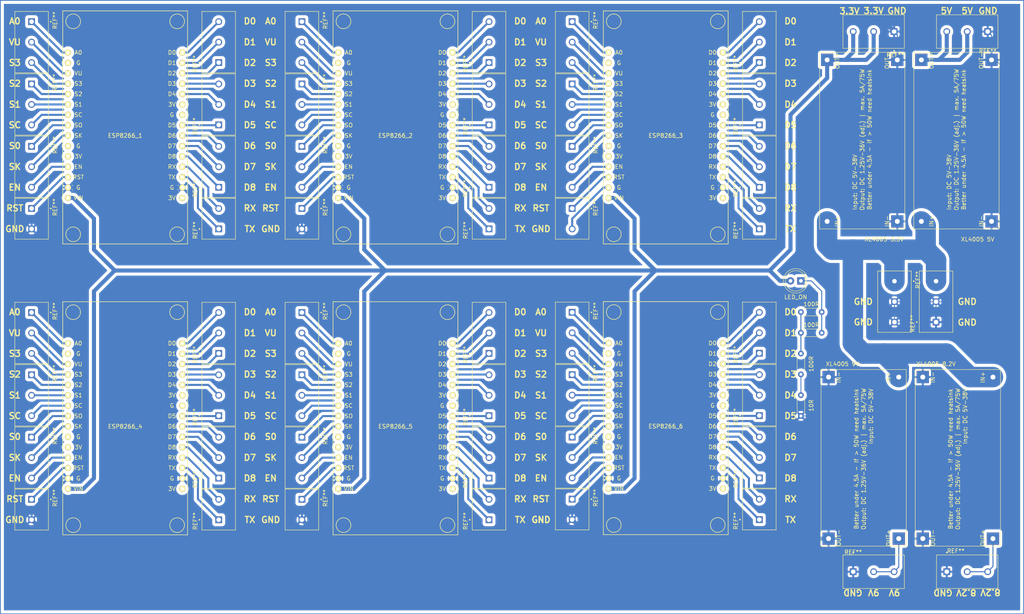
<source format=kicad_pcb>
(kicad_pcb (version 20211014) (generator pcbnew)
  (layers (0 "F.Cu" signal) (31 "B.Cu" signal) (34 "B.Paste" user) (35 "F.Paste" user) (36 "B.SilkS" user "B.Silkscreen") (37 "F.SilkS" user "F.Silkscreen") (38 "B.Mask" user) (39 "F.Mask" user) (44 "Edge.Cuts" user))
  (net 0 "")
  (net 1 "GND")
  (footprint "1546216-3:TE_1546216-3" (layer "F.Cu") (at 236.22 88.9 -90)
    (fp_text reference "REF**")
    (fp_text value "TE_1546216-3")
  )
  (footprint "1546216-3:TE_1546216-3" (layer "F.Cu") (at 25.4 40.68 -90)
    (fp_text reference "REF**")
    (fp_text value "TE_1546216-3")
  )
  (footprint "ESP8266:NodeMCU-LoLinV3" (layer "F.Cu") (at 114.3 48.3)
    (fp_text reference "ESP8266_2")
    (fp_text value "LoLin V3 NodeMCU")
  )
  (footprint "1546216-3:TE_1546216-3" (layer "F.Cu") (at 71.12 55.92 90)
    (fp_text reference "REF**")
    (fp_text value "TE_1546216-3")
  )
  (footprint "LED_THT:LED_D5.0mm" (layer "F.Cu") (at 213.36 83.82 180)
    (fp_text reference "LED_ON")
    (fp_text value "LED_D5.0mm")
  )
  (footprint "1546216-3:TE_1546216-3" (layer "F.Cu") (at 157.48 55.92 -90)
    (fp_text reference "REF**")
    (fp_text value "TE_1546216-3")
  )
  (footprint "1546216-3:TE_1546216-3" (layer "F.Cu") (at 137.16 55.92 90)
    (fp_text reference "REF**")
    (fp_text value "TE_1546216-3")
  )
  (footprint "XL4005:XL4005_DC-DC" (layer "F.Cu") (at 238.76 71.12 90)
    (fp_text reference "XL4005 3.3V")
    (fp_text value "XL4005_DC-DC")
  )
  (footprint "Resistor_THT:R_Axial_DIN0204_L3.6mm_D1.6mm_P5.08mm_Horizontal" (layer "F.Cu") (at 213.36 116.84 90)
    (fp_text reference "10R")
    (fp_text value "R_Axial_DIN0204_L3.6mm_D1.6mm_P5.08mm_Horizontal")
  )
  (footprint "1546216-3:TE_1546216-3" (layer "F.Cu") (at 157.48 40.68 -90)
    (fp_text reference "REF**")
    (fp_text value "TE_1546216-3")
  )
  (footprint "1546216-2:TE_1546216-2" (layer "F.Cu") (at 91.44 68.62 -90)
    (fp_text reference "REF**")
    (fp_text value "TE_1546216-2")
  )
  (footprint "1546216-3:TE_1546216-3" (layer "F.Cu") (at 157.48 127 -90)
    (fp_text reference "REF**")
    (fp_text value "TE_1546216-3")
  )
  (footprint "1546216-2:TE_1546216-2" (layer "F.Cu") (at 203.2 139.7 90)
    (fp_text reference "REF**")
    (fp_text value "TE_1546216-2")
  )
  (footprint "1546216-3:TE_1546216-3" (layer "F.Cu") (at 71.12 40.68 90)
    (fp_text reference "REF**")
    (fp_text value "TE_1546216-3")
  )
  (footprint "1546216-3:TE_1546216-3" (layer "F.Cu") (at 25.4 111.8 -90)
    (fp_text reference "REF**")
    (fp_text value "TE_1546216-3")
  )
  (footprint "1546216-3:TE_1546216-3" (layer "F.Cu") (at 137.16 25.44 90)
    (fp_text reference "REF**")
    (fp_text value "TE_1546216-3")
  )
  (footprint "1546216-3:TE_1546216-3" (layer "F.Cu") (at 203.2 40.68 90)
    (fp_text reference "REF**")
    (fp_text value "TE_1546216-3")
  )
  (footprint "1546216-3:TE_1546216-3" (layer "F.Cu") (at 25.4 55.92 -90)
    (fp_text reference "REF**")
    (fp_text value "TE_1546216-3")
  )
  (footprint "1546216-3:TE_1546216-3" (layer "F.Cu") (at 71.12 127.04 90)
    (fp_text reference "REF**")
    (fp_text value "TE_1546216-3")
  )
  (footprint "Resistor_THT:R_Axial_DIN0204_L3.6mm_D1.6mm_P5.08mm_Horizontal" (layer "F.Cu") (at 213.36 106.68 90)
    (fp_text reference "100R")
    (fp_text value "R_Axial_DIN0204_L3.6mm_D1.6mm_P5.08mm_Horizontal")
  )
  (footprint "ESP8266:NodeMCU-LoLinV3" (layer "F.Cu") (at 180.34 48.3)
    (fp_text reference "ESP8266_3")
    (fp_text value "LoLin V3 NodeMCU")
  )
  (footprint "1546216-3:TE_1546216-3" (layer "F.Cu") (at 91.44 40.68 -90)
    (fp_text reference "REF**")
    (fp_text value "TE_1546216-3")
  )
  (footprint "1546216-3:TE_1546216-3" (layer "F.Cu") (at 157.48 25.44 -90)
    (fp_text reference "REF**")
    (fp_text value "TE_1546216-3")
  )
  (footprint "1546216-3:TE_1546216-3" (layer "F.Cu") (at 71.12 111.8 90)
    (fp_text reference "REF**")
    (fp_text value "TE_1546216-3")
  )
  (footprint "1546216-3:TE_1546216-3" (layer "F.Cu") (at 71.12 25.44 90)
    (fp_text reference "REF**")
    (fp_text value "TE_1546216-3")
  )
  (footprint "1546216-3:TE_1546216-3" (layer "F.Cu") (at 231.14 22.86 180)
    (fp_text reference "REF**")
    (fp_text value "TE_1546216-3")
  )
  (footprint "1546216-2:TE_1546216-2" (layer "F.Cu") (at 71.12 139.74 90)
    (fp_text reference "REF**")
    (fp_text value "TE_1546216-2")
  )
  (footprint "ESP8266:NodeMCU-LoLinV3" (layer "F.Cu") (at 114.3 119.42)
    (fp_text reference "ESP8266_5")
    (fp_text value "LoLin V3 NodeMCU")
  )
  (footprint "1546216-3:TE_1546216-3" (layer "F.Cu") (at 157.48 111.76 -90)
    (fp_text reference "REF**")
    (fp_text value "TE_1546216-3")
  )
  (footprint "1546216-3:TE_1546216-3" (layer "F.Cu") (at 231.14 154.94)
    (fp_text reference "REF**")
    (fp_text value "TE_1546216-3")
  )
  (footprint "XL4005:XL4005_DC-DC" (layer "F.Cu") (at 218.281 105.505 -90)
    (fp_text reference "XL4005 9V")
    (fp_text value "XL4005_DC-DC")
  )
  (footprint "1546216-2:TE_1546216-2" (layer "F.Cu") (at 203.2 68.62 90)
    (fp_text reference "REF**")
    (fp_text value "TE_1546216-2")
  )
  (footprint "ESP8266:NodeMCU-LoLinV3" (layer "F.Cu") (at 48.26 48.3)
    (fp_text reference "ESP8266_1")
    (fp_text value "LoLin V3 NodeMCU")
  )
  (footprint "1546216-3:TE_1546216-3" (layer "F.Cu") (at 91.44 55.92 -90)
    (fp_text reference "REF**")
    (fp_text value "TE_1546216-3")
  )
  (footprint "1546216-3:TE_1546216-3" (layer "F.Cu") (at 91.44 96.56 -90)
    (fp_text reference "REF**")
    (fp_text value "TE_1546216-3")
  )
  (footprint "1546216-3:TE_1546216-3" (layer "F.Cu") (at 137.16 111.8 90)
    (fp_text reference "REF**")
    (fp_text value "TE_1546216-3")
  )
  (footprint "1546216-3:TE_1546216-3" (layer "F.Cu") (at 203.2 55.92 90)
    (fp_text reference "REF**")
    (fp_text value "TE_1546216-3")
  )
  (footprint "1546216-3:TE_1546216-3" (layer "F.Cu") (at 203.2 96.52 90)
    (fp_text reference "REF**")
    (fp_text value "TE_1546216-3")
  )
  (footprint "XL4005:XL4005_DC-DC" (layer "F.Cu") (at 261.779 71.12 90)
    (fp_text reference "XL4005 5V")
    (fp_text value "XL4005_DC-DC")
  )
  (footprint "1546216-3:TE_1546216-3" (layer "F.Cu") (at 157.48 96.52 -90)
    (fp_text reference "REF**")
    (fp_text value "TE_1546216-3")
  )
  (footprint "1546216-3:TE_1546216-3" (layer "F.Cu") (at 91.44 111.8 -90)
    (fp_text reference "REF**")
    (fp_text value "TE_1546216-3")
  )
  (footprint "ESP8266:NodeMCU-LoLinV3" (layer "F.Cu") (at 180.34 119.38)
    (fp_text reference "ESP8266_6")
    (fp_text value "LoLin V3 NodeMCU")
  )
  (footprint "XL4005:XL4005_DC-DC" (layer "F.Cu") (at 241.3 105.505 -90)
    (fp_text reference "XL4005 8.2V")
    (fp_text value "XL4005_DC-DC")
  )
  (footprint "1546216-3:TE_1546216-3" (layer "F.Cu") (at 137.16 127.04 90)
    (fp_text reference "REF**")
    (fp_text value "TE_1546216-3")
  )
  (footprint "1546216-3:TE_1546216-3" (layer "F.Cu") (at 137.16 96.56 90)
    (fp_text reference "REF**")
    (fp_text value "TE_1546216-3")
  )
  (footprint "1546216-3:TE_1546216-3" (layer "F.Cu") (at 71.12 96.56 90)
    (fp_text reference "REF**")
    (fp_text value "TE_1546216-3")
  )
  (footprint "1546216-2:TE_1546216-2" (layer "F.Cu") (at 157.48 139.7 -90)
    (fp_text reference "REF**")
    (fp_text value "TE_1546216-2")
  )
  (footprint "1546216-3:TE_1546216-3" (layer "F.Cu") (at 254 22.86 180)
    (fp_text reference "REF**")
    (fp_text value "TE_1546216-3")
  )
  (footprint "1546216-3:TE_1546216-3" (layer "F.Cu") (at 203.2 25.44 90)
    (fp_text reference "REF**")
    (fp_text value "TE_1546216-3")
  )
  (footprint "1546216-3:TE_1546216-3" (layer "F.Cu") (at 25.4 127.04 -90)
    (fp_text reference "REF**")
    (fp_text value "TE_1546216-3")
  )
  (footprint "1546216-3:TE_1546216-3" (layer "F.Cu") (at 203.2 127 90)
    (fp_text reference "REF**")
    (fp_text value "TE_1546216-3")
  )
  (footprint "1546216-2:TE_1546216-2" (layer "F.Cu") (at 137.16 139.74 90)
    (fp_text reference "REF**")
    (fp_text value "TE_1546216-2")
  )
  (footprint "1546216-2:TE_1546216-2" (layer "F.Cu") (at 137.16 68.62 90)
    (fp_text reference "REF**")
    (fp_text value "TE_1546216-2")
  )
  (footprint "1546216-2:TE_1546216-2" (layer "F.Cu") (at 71.12 68.62 90)
    (fp_text reference "REF**")
    (fp_text value "TE_1546216-2")
  )
  (footprint "ESP8266:NodeMCU-LoLinV3" (layer "F.Cu") (at 48.26 119.42)
    (fp_text reference "ESP8266_4")
    (fp_text value "LoLin V3 NodeMCU")
  )
  (footprint "1546216-3:TE_1546216-3" (layer "F.Cu") (at 254 154.94)
    (fp_text reference "REF**")
    (fp_text value "TE_1546216-3")
  )
  (footprint "Resistor_THT:R_Axial_DIN0204_L3.6mm_D1.6mm_P5.08mm_Horizontal" (layer "F.Cu") (at 213.36 91.44)
    (fp_text reference "100R")
    (fp_text value "R_Axial_DIN0204_L3.6mm_D1.6mm_P5.08mm_Horizontal")
  )
  (footprint "1546216-3:TE_1546216-3" (layer "F.Cu") (at 25.4 25.44 -90)
    (fp_text reference "REF**")
    (fp_text value "TE_1546216-3")
  )
  (footprint "1546216-3:TE_1546216-3" (layer "F.Cu") (at 25.4 96.56 -90)
    (fp_text reference "REF**")
    (fp_text value "TE_1546216-3")
  )
  (footprint "1546216-3:TE_1546216-3" (layer "F.Cu") (at 246.38 88.9 90)
    (fp_text reference "REF**")
    (fp_text value "TE_1546216-3")
  )
  (footprint "Resistor_THT:R_Axial_DIN0204_L3.6mm_D1.6mm_P5.08mm_Horizontal" (layer "F.Cu") (at 213.36 96.52)
    (fp_text reference "100R")
    (fp_text value "R_Axial_DIN0204_L3.6mm_D1.6mm_P5.08mm_Horizontal")
  )
  (footprint "1546216-2:TE_1546216-2" (layer "F.Cu") (at 25.4 139.74 -90)
    (fp_text reference "REF**")
    (fp_text value "TE_1546216-2")
  )
  (footprint "1546216-2:TE_1546216-2" (layer "F.Cu") (at 91.44 139.74 -90)
    (fp_text reference "REF**")
    (fp_text value "TE_1546216-2")
  )
  (footprint "1546216-3:TE_1546216-3" (layer "F.Cu") (at 91.44 25.44 -90)
    (fp_text reference "REF**")
    (fp_text value "TE_1546216-3")
  )
  (footprint "1546216-3:TE_1546216-3" (layer "F.Cu") (at 137.16 40.68 90)
    (fp_text reference "REF**")
    (fp_text value "TE_1546216-3")
  )
  (footprint "1546216-2:TE_1546216-2" (layer "F.Cu") (at 25.4 68.62 -90)
    (fp_text reference "REF**")
    (fp_text value "TE_1546216-2")
  )
  (footprint "1546216-2:TE_1546216-2" (layer "F.Cu") (at 157.48 68.62 -90)
    (fp_text reference "REF**")
    (fp_text value "TE_1546216-2")
  )
  (footprint "1546216-3:TE_1546216-3" (layer "F.Cu") (at 203.2 111.76 90)
    (fp_text reference "REF**")
    (fp_text value "TE_1546216-3")
  )
  (footprint "1546216-3:TE_1546216-3" (layer "F.Cu") (at 91.44 127.04 -90)
    (fp_text reference "REF**")
    (fp_text value "TE_1546216-3")
  )
  (gr_rect (start 17.78 15.24) (end 267.78 165.24) (layer "B.Cu") (width 0.2) (fill none))
  (gr_text "S0" (at 83.82 50.8) (layer "F.SilkS") (effects (font (size 1.5 1.5) (thickness 0.3))))
  (gr_text "D3" (at 78.74 106.68) (layer "F.SilkS") (effects (font (size 1.5 1.5) (thickness 0.3))))
  (gr_text "D7" (at 144.78 55.92) (layer "F.SilkS") (effects (font (size 1.5 1.5) (thickness 0.3))))
  (gr_text "9V" (at 231.14 160.02 180) (layer "F.SilkS") (effects (font (size 1.5 1.5) (thickness 0.3))))
  (gr_text "RX" (at 210.82 66.04) (layer "F.SilkS") (effects (font (size 1.5 1.5) (thickness 0.3))))
  (gr_text "8.2V" (at 253.759292 160.044286 180) (layer "F.SilkS") (effects (font (size 1.5 1.5) (thickness 0.3))))
  (gr_text "D6" (at 210.82 50.8) (layer "F.SilkS") (effects (font (size 1.5 1.5) (thickness 0.3))))
  (gr_text "EN" (at 83.82 132.08) (layer "F.SilkS") (effects (font (size 1.5 1.5) (thickness 0.3))))
  (gr_text "S0" (at 149.86 50.8) (layer "F.SilkS") (effects (font (size 1.5 1.5) (thickness 0.3))))
  (gr_text "S3" (at 83.82 30.48) (layer "F.SilkS") (effects (font (size 1.5 1.5) (thickness 0.3))))
  (gr_text "D5" (at 78.74 45.72) (layer "F.SilkS") (effects (font (size 1.5 1.5) (thickness 0.3))))
  (gr_text "GND" (at 83.82 142.24) (layer "F.SilkS") (effects (font (size 1.5 1.5) (thickness 0.3))))
  (gr_text "GND" (at 21.3 71.12) (layer "F.SilkS") (effects (font (size 1.5 1.5) (thickness 0.3))))
  (gr_text "SC" (at 149.86 116.84) (layer "F.SilkS") (effects (font (size 1.5 1.5) (thickness 0.3))))
  (gr_text "A0" (at 83.82 91.44) (layer "F.SilkS") (effects (font (size 1.5 1.5) (thickness 0.3))))
  (gr_text "D1" (at 78.74 25.44) (layer "F.SilkS") (effects (font (size 1.5 1.5) (thickness 0.3))))
  (gr_text "9V" (at 236.22 160.02 180) (layer "F.SilkS") (effects (font (size 1.5 1.5) (thickness 0.3))))
  (gr_text "GND" (at 254 88.9) (layer "F.SilkS") (effects (font (size 1.5 1.5) (thickness 0.3))))
  (gr_text "D8" (at 78.74 60.96) (layer "F.SilkS") (effects (font (size 1.5 1.5) (thickness 0.3))))
  (gr_text "D8" (at 144.78 60.96) (layer "F.SilkS") (effects (font (size 1.5 1.5) (thickness 0.3))))
  (gr_text "D5" (at 144.78 45.72) (layer "F.SilkS") (effects (font (size 1.5 1.5) (thickness 0.3))))
  (gr_text "D0" (at 210.82 20.32) (layer "F.SilkS") (effects (font (size 1.5 1.5) (thickness 0.3))))
  (gr_text "SC" (at 83.82 116.84) (layer "F.SilkS") (effects (font (size 1.5 1.5) (thickness 0.3))))
  (gr_text "GND" (at 21.3 142.24) (layer "F.SilkS") (effects (font (size 1.5 1.5) (thickness 0.3))))
  (gr_text "S3" (at 149.86 101.6) (layer "F.SilkS") (effects (font (size 1.5 1.5) (thickness 0.3))))
  (gr_text "SK" (at 83.82 55.92) (layer "F.SilkS") (effects (font (size 1.5 1.5) (thickness 0.3))))
  (gr_text "SC" (at 21.3 45.72) (layer "F.SilkS") (effects (font (size 1.5 1.5) (thickness 0.3))))
  (gr_text "GND" (at 149.86 142.24) (layer "F.SilkS") (effects (font (size 1.5 1.5) (thickness 0.3))))
  (gr_text "VU" (at 83.82 25.44) (layer "F.SilkS") (effects (font (size 1.5 1.5) (thickness 0.3))))
  (gr_text "S3" (at 83.82 101.6) (layer "F.SilkS") (effects (font (size 1.5 1.5) (thickness 0.3))))
  (gr_text "S1" (at 21.3 40.68) (layer "F.SilkS") (effects (font (size 1.5 1.5) (thickness 0.3))))
  (gr_text "TX" (at 210.82 71.12) (layer "F.SilkS") (effects (font (size 1.5 1.5) (thickness 0.3))))
  (gr_text "A0" (at 149.86 20.32) (layer "F.SilkS") (effects (font (size 1.5 1.5) (thickness 0.3))))
  (gr_text "D3" (at 144.78 106.68) (layer "F.SilkS") (effects (font (size 1.5 1.5) (thickness 0.3))))
  (gr_text "D7" (at 210.82 127.04) (layer "F.SilkS") (effects (font (size 1.5 1.5) (thickness 0.3))))
  (gr_text "GND" (at 149.86 142.24) (layer "F.SilkS") (effects (font (size 1.5 1.5) (thickness 0.3))))
  (gr_text "D2" (at 144.78 101.6) (layer "F.SilkS") (effects (font (size 1.5 1.5) (thickness 0.3))))
  (gr_text "GND" (at 226.06 160.02 180) (layer "F.SilkS") (effects (font (size 1.5 1.5) (thickness 0.3))))
  (gr_text "D3" (at 144.78 35.56) (layer "F.SilkS") (effects (font (size 1.5 1.5) (thickness 0.3))))
  (gr_text "GND" (at 236.827211 17.788126) (layer "F.SilkS") (effects (font (size 1.5 1.5) (thickness 0.3))))
  (gr_text "D8" (at 78.74 132.08) (layer "F.SilkS") (effects (font (size 1.5 1.5) (thickness 0.3))))
  (gr_text "D5" (at 144.78 116.84) (layer "F.SilkS") (effects (font (size 1.5 1.5) (thickness 0.3))))
  (gr_text "D6" (at 78.74 50.8) (layer "F.SilkS") (effects (font (size 1.5 1.5) (thickness 0.3))))
  (gr_text "D5" (at 210.82 116.84) (layer "F.SilkS") (effects (font (size 1.5 1.5) (thickness 0.3))))
  (gr_text "GND" (at 254 93.98) (layer "F.SilkS") (effects (font (size 1.5 1.5) (thickness 0.3))))
  (gr_text "D2" (at 210.82 30.48) (layer "F.SilkS") (effects (font (size 1.5 1.5) (thickness 0.3))))
  (gr_text "GND" (at 83.82 71.12) (layer "F.SilkS") (effects (font (size 1.5 1.5) (thickness 0.3))))
  (gr_text "D2" (at 78.74 30.48) (layer "F.SilkS") (effects (font (size 1.5 1.5) (thickness 0.3))))
  (gr_text "TX" (at 144.78 71.12) (layer "F.SilkS") (effects (font (size 1.5 1.5) (thickness 0.3))))
  (gr_text "RST" (at 83.82 66.04) (layer "F.SilkS") (effects (font (size 1.5 1.5) (thickness 0.3))))
  (gr_text "S2" (at 21.3 106.68) (layer "F.SilkS") (effects (font (size 1.5 1.5) (thickness 0.3))))
  (gr_text "D5" (at 78.74 116.84) (layer "F.SilkS") (effects (font (size 1.5 1.5) (thickness 0.3))))
  (gr_text "S3" (at 21.3 101.6) (layer "F.SilkS") (effects (font (size 1.5 1.5) (thickness 0.3))))
  (gr_text "EN" (at 149.86 132.08) (layer "F.SilkS") (effects (font (size 1.5 1.5) (thickness 0.3))))
  (gr_text "EN" (at 21.3 132.08) (layer "F.SilkS") (effects (font (size 1.5 1.5) (thickness 0.3))))
  (gr_text "D2" (at 210.82 101.6) (layer "F.SilkS") (effects (font (size 1.5 1.5) (thickness 0.3))))
  (gr_text "D7" (at 78.74 55.92) (layer "F.SilkS") (effects (font (size 1.5 1.5) (thickness 0.3))))
  (gr_text "GND" (at 149.86 71.12) (layer "F.SilkS") (effects (font (size 1.5 1.5) (thickness 0.3))))
  (gr_text "RX" (at 144.78 66.04) (layer "F.SilkS") (effects (font (size 1.5 1.5) (thickness 0.3))))
  (gr_text "S1" (at 83.82 111.8) (layer "F.SilkS") (effects (font (size 1.5 1.5) (thickness 0.3))))
  (gr_text "D3" (at 210.82 35.56) (layer "F.SilkS") (effects (font (size 1.5 1.5) (thickness 0.3))))
  (gr_text "D7" (at 144.78 127.04) (layer "F.SilkS") (effects (font (size 1.5 1.5) (thickness 0.3))))
  (gr_text "5V" (at 254 17.78) (layer "F.SilkS") (effects (font (size 1.5 1.5) (thickness 0.3))))
  (gr_text "SK" (at 149.86 127.04) (layer "F.SilkS") (effects (font (size 1.5 1.5) (thickness 0.3))))
  (gr_text "D4" (at 78.74 111.8) (layer "F.SilkS") (effects (font (size 1.5 1.5) (thickness 0.3))))
  (gr_text "RST" (at 83.82 137.16) (layer "F.SilkS") (effects (font (size 1.5 1.5) (thickness 0.3))))
  (gr_text "D3" (at 78.74 35.56) (layer "F.SilkS") (effects (font (size 1.5 1.5) (thickness 0.3))))
  (gr_text "TX" (at 78.74 71.12) (layer "F.SilkS") (effects (font (size 1.5 1.5) (thickness 0.3))))
  (gr_text "D8" (at 210.82 60.96) (layer "F.SilkS") (effects (font (size 1.5 1.5) (thickness 0.3))))
  (gr_text "VU" (at 21.3 25.44) (layer "F.SilkS") (effects (font (size 1.5 1.5) (thickness 0.3))))
  (gr_text "D2" (at 144.78 30.48) (layer "F.SilkS") (effects (font (size 1.5 1.5) (thickness 0.3))))
  (gr_text "S0" (at 21.3 50.8) (layer "F.SilkS") (effects (font (size 1.5 1.5) (thickness 0.3))))
  (gr_text "S1" (at 83.82 40.68) (layer "F.SilkS") (effects (font (size 1.5 1.5) (thickness 0.3))))
  (gr_text "A0" (at 21.3 20.32) (layer "F.SilkS") (effects (font (size 1.5 1.5) (thickness 0.3))))
  (gr_text "S1" (at 149.86 40.68) (layer "F.SilkS") (effects (font (size 1.5 1.5) (thickness 0.3))))
  (gr_text "RX" (at 210.82 137.16) (layer "F.SilkS") (effects (font (size 1.5 1.5) (thickness 0.3))))
  (gr_text "D6" (at 210.82 121.92) (layer "F.SilkS") (effects (font (size 1.5 1.5) (thickness 0.3))))
  (gr_text "5V" (at 248.92 17.78) (layer "F.SilkS") (effects (font (size 1.5 1.5) (thickness 0.3))))
  (gr_text "S1" (at 21.3 111.8) (layer "F.SilkS") (effects (font (size 1.5 1.5) (thickness 0.3))))
  (gr_text "SK" (at 21.3 127.04) (layer "F.SilkS") (effects (font (size 1.5 1.5) (thickness 0.3))))
  (gr_text "S2" (at 21.3 35.56) (layer "F.SilkS") (effects (font (size 1.5 1.5) (thickness 0.3))))
  (gr_text "RST" (at 149.86 137.16) (layer "F.SilkS") (effects (font (size 1.5 1.5) (thickness 0.3))))
  (gr_text "S3" (at 21.3 30.48) (layer "F.SilkS") (effects (font (size 1.5 1.5) (thickness 0.3))))
  (gr_text "A0" (at 149.86 91.44) (layer "F.SilkS") (effects (font (size 1.5 1.5) (thickness 0.3))))
  (gr_text "D4" (at 144.78 40.68) (layer "F.SilkS") (effects (font (size 1.5 1.5) (thickness 0.3))))
  (gr_text "D7" (at 210.82 55.92) (layer "F.SilkS") (effects (font (size 1.5 1.5) (thickness 0.3))))
  (gr_text "S1" (at 149.86 111.8) (layer "F.SilkS") (effects (font (size 1.5 1.5) (thickness 0.3))))
  (gr_text "S2" (at 83.82 35.56) (layer "F.SilkS") (effects (font (size 1.5 1.5) (thickness 0.3))))
  (gr_text "3.3V" (at 225.234987 17.843327) (layer "F.SilkS") (effects (font (size 1.5 1.5) (thickness 0.3))))
  (gr_text "D2" (at 78.74 101.6) (layer "F.SilkS") (effects (font (size 1.5 1.5) (thickness 0.3))))
  (gr_text "D6" (at 144.78 121.92) (layer "F.SilkS") (effects (font (size 1.5 1.5) (thickness 0.3))))
  (gr_text "RST" (at 21.3 66.04) (layer "F.SilkS") (effects (font (size 1.5 1.5) (thickness 0.3))))
  (gr_text "S0" (at 83.82 121.92) (layer "F.SilkS") (effects (font (size 1.5 1.5) (thickness 0.3))))
  (gr_text "D4" (at 144.78 111.8) (layer "F.SilkS") (effects (font (size 1.5 1.5) (thickness 0.3))))
  (gr_text "SK" (at 83.82 127.04) (layer "F.SilkS") (effects (font (size 1.5 1.5) (thickness 0.3))))
  (gr_text "D1" (at 144.78 25.44) (layer "F.SilkS") (effects (font (size 1.5 1.5) (thickness 0.3))))
  (gr_text "GND" (at 259.08 17.78) (layer "F.SilkS") (effects (font (size 1.5 1.5) (thickness 0.3))))
  (gr_text "D8" (at 144.78 132.08) (layer "F.SilkS") (effects (font (size 1.5 1.5) (thickness 0.3))))
  (gr_text "D1" (at 210.82 25.44) (layer "F.SilkS") (effects (font (size 1.5 1.5) (thickness 0.3))))
  (gr_text "VU" (at 149.86 25.44) (layer "F.SilkS") (effects (font (size 1.5 1.5) (thickness 0.3))))
  (gr_text "8.2V" (at 259.664305 159.980959 180) (layer "F.SilkS") (effects (font (size 1.5 1.5) (thickness 0.3))))
  (gr_text "D0" (at 210.82 91.44) (layer "F.SilkS") (effects (font (size 1.5 1.5) (thickness 0.3))))
  (gr_text "RST" (at 149.86 66.04) (layer "F.SilkS") (effects (font (size 1.5 1.5) (thickness 0.3))))
  (gr_text "D0" (at 144.78 91.44) (layer "F.SilkS") (effects (font (size 1.5 1.5) (thickness 0.3))))
  (gr_text "D5" (at 210.82 45.72) (layer "F.SilkS") (effects (font (size 1.5 1.5) (thickness 0.3))))
  (gr_text "RX" (at 78.74 137.16) (layer "F.SilkS") (effects (font (size 1.5 1.5) (thickness 0.3))))
  (gr_text "TX" (at 144.78 142.24) (layer "F.SilkS") (effects (font (size 1.5 1.5) (thickness 0.3))))
  (gr_text "SK" (at 149.86 55.92) (layer "F.SilkS") (effects (font (size 1.5 1.5) (thickness 0.3))))
  (gr_text "SC" (at 21.3 116.84) (layer "F.SilkS") (effects (font (size 1.5 1.5) (thickness 0.3))))
  (gr_text "D0" (at 78.74 20.32) (layer "F.SilkS") (effects (font (size 1.5 1.5) (thickness 0.3))))
  (gr_text "D0" (at 144.78 20.32) (layer "F.SilkS") (effects (font (size 1.5 1.5) (thickness 0.3))))
  (gr_text "S2" (at 149.86 106.68) (layer "F.SilkS") (effects (font (size 1.5 1.5) (thickness 0.3))))
  (gr_text "EN" (at 149.86 60.96) (layer "F.SilkS") (effects (font (size 1.5 1.5) (thickness 0.3))))
  (gr_text "D7" (at 78.74 127.04) (layer "F.SilkS") (effects (font (size 1.5 1.5) (thickness 0.3))))
  (gr_text "GND" (at 228.6 93.9) (layer "F.SilkS") (effects (font (size 1.5 1.5) (thickness 0.3))))
  (gr_text "3.3V" (at 231.14 17.78) (layer "F.SilkS") (effects (font (size 1.5 1.5) (thickness 0.3))))
  (gr_text "S3" (at 149.86 30.48) (layer "F.SilkS") (effects (font (size 1.5 1.5) (thickness 0.3))))
  (gr_text "VU" (at 21.3 96.56) (layer "F.SilkS") (effects (font (size 1.5 1.5) (thickness 0.3))))
  (gr_text "TX" (at 210.82 142.24) (layer "F.SilkS") (effects (font (size 1.5 1.5) (thickness 0.3))))
  (gr_text "D4" (at 78.74 40.68) (layer "F.SilkS") (effects (font (size 1.5 1.5) (thickness 0.3))))
  (gr_text "D4" (at 210.82 111.8) (layer "F.SilkS") (effects (font (size 1.5 1.5) (thickness 0.3))))
  (gr_text "A0" (at 21.3 91.44) (layer "F.SilkS") (effects (font (size 1.5 1.5) (thickness 0.3))))
  (gr_text "SC" (at 83.82 45.72) (layer "F.SilkS") (effects (font (size 1.5 1.5) (thickness 0.3))))
  (gr_text "D1" (at 78.74 96.56) (layer "F.SilkS") (effects (font (size 1.5 1.5) (thickness 0.3))))
  (gr_text "RST" (at 21.3 137.16) (layer "F.SilkS") (effects (font (size 1.5 1.5) (thickness 0.3))))
  (gr_text "SK" (at 21.3 55.92) (layer "F.SilkS") (effects (font (size 1.5 1.5) (thickness 0.3))))
  (gr_text "D0" (at 78.74 91.44) (layer "F.SilkS") (effects (font (size 1.5 1.5) (thickness 0.3))))
  (gr_text "RX" (at 144.78 137.16) (layer "F.SilkS") (effects (font (size 1.5 1.5) (thickness 0.3))))
  (gr_text "VU" (at 149.86 96.56) (layer "F.SilkS") (effects (font (size 1.5 1.5) (thickness 0.3))))
  (gr_text "EN" (at 83.82 60.96) (layer "F.SilkS") (effects (font (size 1.5 1.5) (thickness 0.3))))
  (gr_text "EN" (at 21.3 60.96) (layer "F.SilkS") (effects (font (size 1.5 1.5) (thickness 0.3))))
  (gr_text "D8" (at 210.82 132.08) (layer "F.SilkS") (effects (font (size 1.5 1.5) (thickness 0.3))))
  (gr_text "D1" (at 144.78 96.56) (layer "F.SilkS") (effects (font (size 1.5 1.5) (thickness 0.3))))
  (gr_text "RX" (at 78.74 66.04) (layer "F.SilkS") (effects (font (size 1.5 1.5) (thickness 0.3))))
  (gr_text "D6" (at 144.78 50.8) (layer "F.SilkS") (effects (font (size 1.5 1.5) (thickness 0.3))))
  (gr_text "S0" (at 21.3 121.92) (layer "F.SilkS") (effects (font (size 1.5 1.5) (thickness 0.3))))
  (gr_text "D6" (at 78.74 121.92) (layer "F.SilkS") (effects (font (size 1.5 1.5) (thickness 0.3))))
  (gr_text "S0" (at 149.86 121.92) (layer "F.SilkS") (effects (font (size 1.5 1.5) (thickness 0.3))))
  (gr_text "D3" (at 210.82 106.68) (layer "F.SilkS") (effects (font (size 1.5 1.5) (thickness 0.3))))
  (gr_text "GND" (at 228.6 88.9) (layer "F.SilkS") (effects (font (size 1.5 1.5) (thickness 0.3))))
  (gr_text "D1" (at 210.82 96.56) (layer "F.SilkS") (effects (font (size 1.5 1.5) (thickness 0.3))))
  (gr_text "GND" (at 248.072081 160.03616 180) (layer "F.SilkS") (effects (font (size 1.5 1.5) (thickness 0.3))))
  (gr_text "S2" (at 83.82 106.68) (layer "F.SilkS") (effects (font (size 1.5 1.5) (thickness 0.3))))
  (gr_text "TX" (at 78.74 142.24) (layer "F.SilkS") (effects (font (size 1.5 1.5) (thickness 0.3))))
  (gr_text "A0" (at 83.82 20.32) (layer "F.SilkS") (effects (font (size 1.5 1.5) (thickness 0.3))))
  (gr_text "VU" (at 83.82 96.56) (layer "F.SilkS") (effects (font (size 1.5 1.5) (thickness 0.3))))
  (gr_text "SC" (at 149.86 45.72) (layer "F.SilkS") (effects (font (size 1.5 1.5) (thickness 0.3))))
  (gr_text "S2" (at 149.86 35.56) (layer "F.SilkS") (effects (font (size 1.5 1.5) (thickness 0.3))))
  (gr_text "D4" (at 210.82 40.68) (layer "F.SilkS") (effects (font (size 1.5 1.5) (thickness 0.3))))
  (segment (start 132.08 101.64) (end 137.16 96.56) (width 0.5) (layer "B.Cu") (net 0))
  (segment (start 66.04 137.16) (end 71.12 142.24) (width 0.5) (layer "B.Cu") (net 0))
  (segment (start 66.04 101.64) (end 71.12 96.56) (width 0.5) (layer "B.Cu") (net 0))
  (segment (start 106.68 68.58) (end 101.64 63.54) (width 1) (layer "B.Cu") (net 0))
  (segment (start 203.16 142.2) (end 203.2 142.2) (width 0.2) (layer "B.Cu") (net 0))
  (segment (start 203.12 106.68) (end 203.2 106.76) (width 0.2) (layer "B.Cu") (net 0))
  (segment (start 96.6 45.76) (end 91.44 50.92) (width 0.5) (layer "B.Cu") (net 0))
  (segment (start 96.6 116.88) (end 91.44 122.04) (width 0.5) (layer "B.Cu") (net 0))
  (segment (start 194.31 50.84) (end 198.12 50.84) (width 0.5) (layer "B.Cu") (net 0))
  (segment (start 63.54 55.92) (end 68.58 60.96) (width 0.5) (layer "B.Cu") (net 0))
  (segment (start 33.02 104.18) (end 25.4 96.56) (width 0.5) (layer "B.Cu") (net 0))
  (segment (start 219.7735 29.7815) (end 224.2185 29.7815) (width 1) (layer "B.Cu") (net 0))
  (segment (start 194.31 119.38) (end 200.58 119.38) (width 0.5) (layer "B.Cu") (net 0))
  (segment (start 68.58 63.58) (end 71.12 66.12) (width 0.5) (layer "B.Cu") (net 0))
  (segment (start 247.0785 29.7815) (end 252.1585 29.7815) (width 1) (layer "B.Cu") (net 0))
  (segment (start 100.33 43.22) (end 93.9 43.22) (width 0.5) (layer "B.Cu") (net 0))
  (segment (start 167.68 63.54) (end 166.37 63.54) (width 1) (layer "B.Cu") (net 0))
  (segment (start 129.62 27.98) (end 137.16 20.44) (width 0.5) (layer "B.Cu") (net 0))
  (segment (start 33.02 48.3) (end 25.4 55.92) (width 0.5) (layer "B.Cu") (net 0))
  (segment (start 71.04 106.72) (end 71.12 106.8) (width 0.2) (layer "B.Cu") (net 0))
  (segment (start 200.66 132.08) (end 200.66 134.66) (width 0.5) (layer "B.Cu") (net 0))
  (segment (start 93.9 38.14) (end 91.44 35.68) (width 0.5) (layer "B.Cu") (net 0))
  (segment (start 129.58 127.04) (end 134.62 132.08) (width 0.5) (layer "B.Cu") (net 0))
  (segment (start 96.6 106.72) (end 91.44 101.56) (width 0.5) (layer "B.Cu") (net 0))
  (segment (start 159.94 109.22) (end 157.48 106.76) (width 0.5) (layer "B.Cu") (net 0))
  (segment (start 62.23 99.1) (end 63.58 99.1) (width 0.5) (layer "B.Cu") (net 0))
  (segment (start 100.33 116.88) (end 96.6 116.88) (width 0.5) (layer "B.Cu") (net 0))
  (segment (start 62.23 27.98) (end 63.58 27.98) (width 0.5) (layer "B.Cu") (net 0))
  (segment (start 128.27 119.42) (end 134.54 119.42) (width 0.5) (layer "B.Cu") (net 0))
  (segment (start 30.56 45.76) (end 25.4 50.92) (width 0.5) (layer "B.Cu") (net 0))
  (segment (start 165.1 119.38) (end 157.48 127) (width 0.5) (layer "B.Cu") (net 0))
  (segment (start 128.27 58.46) (end 132.08 62.27) (width 0.5) (layer "B.Cu") (net 0))
  (segment (start 34.29 129.58) (end 33.06 129.58) (width 0.5) (layer "B.Cu") (net 0))
  (segment (start 213.36 96.52) (end 213.36 101.6) (width 0.25) (layer "B.Cu") (net 0))
  (segment (start 165.1 61) (end 157.48 68.62) (width 0.5) (layer "B.Cu") (net 0))
  (segment (start 96.6 35.6) (end 91.44 30.44) (width 0.5) (layer "B.Cu") (net 0))
  (segment (start 194.31 33.06) (end 200.58 33.06) (width 0.5) (layer "B.Cu") (net 0))
  (segment (start 66.04 60.96) (end 66.04 66.04) (width 0.5) (layer "B.Cu") (net 0))
  (segment (start 162.64 116.84) (end 157.48 122) (width 0.5) (layer "B.Cu") (net 0))
  (segment (start 162.48 55.92) (end 157.48 60.92) (width 0.5) (layer "B.Cu") (net 0))
  (segment (start 129.5 55.92) (end 129.54 55.88) (width 0.25) (layer "B.Cu") (net 0))
  (segment (start 128.27 124.5) (end 129.62 124.5) (width 0.5) (layer "B.Cu") (net 0))
  (segment (start 194.31 129.54) (end 195.58 129.54) (width 0.5) (layer "B.Cu") (net 0))
  (segment (start 159.94 114.3) (end 157.48 116.76) (width 0.5) (layer "B.Cu") (net 0))
  (segment (start 200.58 33.06) (end 203.2 30.44) (width 0.5) (layer "B.Cu") (net 0))
  (segment (start 166.37 129.54) (end 165.14 129.54) (width 0.5) (layer "B.Cu") (net 0))
  (segment (start 128.27 35.6) (end 137.08 35.6) (width 0.5) (layer "B.Cu") (net 0))
  (segment (start 111.76 81.28) (end 106.68 86.36) (width 1) (layer "B.Cu") (net 0))
  (segment (start 32.94 99.1) (end 25.4 91.56) (width 0.5) (layer "B.Cu") (net 0))
  (segment (start 165.14 58.46) (end 157.48 66.12) (width 0.5) (layer "B.Cu") (net 0))
  (segment (start 233.68 101.6) (end 228.6 101.6) (width 5) (layer "B.Cu") (net 0))
  (segment (start 68.58 60.96) (end 68.58 63.58) (width 0.5) (layer "B.Cu") (net 0))
  (segment (start 243.84 70.326) (end 242.7925 69.2785) (width 5) (layer "B.Cu") (net 0))
  (segment (start 195.58 129.54) (end 198.12 132.08) (width 0.5) (layer "B.Cu") (net 0))
  (segment (start 128.27 129.58) (end 129.58 129.58) (width 0.5) (layer "B.Cu") (net 0))
  (segment (start 208.28 83.82) (end 210.82 83.82) (width 1) (layer "B.Cu") (net 0))
  (segment (start 38.06 134.66) (end 34.29 134.66) (width 1) (layer "B.Cu") (net 0))
  (segment (start 243.84 76.2) (end 243.84 70.326) (width 5) (layer "B.Cu") (net 0))
  (segment (start 194.31 30.52) (end 198.12 30.52) (width 0.5) (layer "B.Cu") (net 0))
  (segment (start 194.31 99.06) (end 195.66 99.06) (width 0.5) (layer "B.Cu") (net 0))
  (segment (start 68.5 33.06) (end 71.12 30.44) (width 0.5) (layer "B.Cu") (net 0))
  (segment (start 219.7735 34.2265) (end 210.82 43.18) (width 1) (layer "B.Cu") (net 0))
  (segment (start 99.06 104.18) (end 91.44 96.56) (width 0.5) (layer "B.Cu") (net 0))
  (segment (start 252.1585 29.7815) (end 254 27.94) (width 1) (layer "B.Cu") (net 0))
  (segment (start 259 154.94) (end 254 154.94) (width 0.25) (layer "B.Cu") (net 0))
  (segment (start 134.62 63.58) (end 137.16 66.12) (width 0.5) (layer "B.Cu") (net 0))
  (segment (start 68.5 119.42) (end 71.12 122.04) (width 0.5) (layer "B.Cu") (net 0))
  (segment (start 194.31 27.98) (end 195.66 27.98) (width 0.5) (layer "B.Cu") (net 0))
  (segment (start 62.23 104.18) (end 68.5 104.18) (width 0.5) (layer "B.Cu") (net 0))
  (segment (start 128.27 55.92) (end 129.5 55.92) (width 0.5) (layer "B.Cu") (net 0))
  (segment (start 93.9 109.26) (end 91.44 106.8) (width 0.5) (layer "B.Cu") (net 0))
  (segment (start 166.37 55.92) (end 162.48 55.92) (width 0.5) (layer "B.Cu") (net 0))
  (segment (start 249 27.86) (end 249 22.86) (width 1) (layer "B.Cu") (net 0))
  (segment (start 100.33 27.98) (end 98.98 27.98) (width 0.5) (layer "B.Cu") (net 0))
  (segment (start 220.98 76.2) (end 226.06 76.2) (width 5) (layer "B.Cu") (net 0))
  (segment (start 134.62 134.7) (end 137.16 137.24) (width 0.5) (layer "B.Cu") (net 0))
  (segment (start 195.66 99.06) (end 203.2 91.52) (width 0.5) (layer "B.Cu") (net 0))
  (segment (start 68.58 134.7) (end 71.12 137.24) (width 0.5) (layer "B.Cu") (net 0))
  (segment (start 260.2865 146.8435) (end 260.2865 153.6535) (width 0.25) (layer "B.Cu") (net 0))
  (segment (start 203.12 45.76) (end 203.2 45.68) (width 0.2) (layer "B.Cu") (net 0))
  (segment (start 27.86 43.22) (end 25.4 45.68) (width 0.5) (layer "B.Cu") (net 0))
  (segment (start 205.74 81.28) (end 208.28 83.82) (width 1) (layer "B.Cu") (net 0))
  (segment (start 63.58 53.38) (end 71.12 60.92) (width 0.5) (layer "B.Cu") (net 0))
  (segment (start 200.58 104.14) (end 203.2 101.52) (width 0.5) (layer "B.Cu") (net 0))
  (segment (start 62.23 116.88) (end 71.04 116.88) (width 0.5) (layer "B.Cu") (net 0))
  (segment (start 62.23 30.52) (end 66.04 30.52) (width 0.5) (layer "B.Cu") (net 0))
  (segment (start 62.23 55.92) (end 63.54 55.92) (width 0.5) (layer "B.Cu") (net 0))
  (segment (start 134.54 104.18) (end 137.16 101.56) (width 0.5) (layer "B.Cu") (net 0))
  (segment (start 247.0785 29.7815) (end 249 27.86) (width 1) (layer "B.Cu") (net 0))
  (segment (start 100.33 58.46) (end 99.1 58.46) (width 0.5) (layer "B.Cu") (net 0))
  (segment (start 194.31 127) (end 195.58 127) (width 0.5) (layer "B.Cu") (net 0))
  (segment (start 198.12 121.92) (end 203.2 127) (width 0.5) (layer "B.Cu") (net 0))
  (segment (start 34.29 104.18) (end 33.02 104.18) (width 0.5) (layer "B.Cu") (net 0))
  (segment (start 128.27 53.38) (end 129.62 53.38) (width 0.5) (layer "B.Cu") (net 0))
  (segment (start 198.12 101.6) (end 203.2 96.52) (width 0.5) (layer "B.Cu") (net 0))
  (segment (start 166.37 99.06) (end 165.02 99.06) (width 0.5) (layer "B.Cu") (net 0))
  (segment (start 166.37 33.06) (end 165.1 33.06) (width 0.5) (layer "B.Cu") (net 0))
  (segment (start 236.14 154.94) (end 231.14 154.94) (width 0.25) (layer "B.Cu") (net 0))
  (segment (start 128.27 106.72) (end 137.08 106.72) (width 0.5) (layer "B.Cu") (net 0))
  (segment (start 215.9 83.82) (end 218.44 86.36) (width 0.25) (layer "B.Cu") (net 0))
  (segment (start 194.31 53.38) (end 195.66 53.38) (width 0.5) (layer "B.Cu") (net 0))
  (segment (start 99.1 129.58) (end 91.44 137.24) (width 0.5) (layer "B.Cu") (net 0))
  (segment (start 62.23 35.6) (end 71.04 35.6) (width 0.5) (layer "B.Cu") (net 0))
  (segment (start 165.14 129.54) (end 157.48 137.2) (width 0.5) (layer "B.Cu") (net 0))
  (segment (start 195.62 55.92) (end 200.66 60.96) (width 0.5) (layer "B.Cu") (net 0))
  (segment (start 128.27 99.1) (end 129.62 99.1) (width 0.5) (layer "B.Cu") (net 0))
  (segment (start 194.31 58.46) (end 198.12 62.27) (width 0.5) (layer "B.Cu") (net 0))
  (segment (start 134.62 132.08) (end 134.62 134.7) (width 0.5) (layer "B.Cu") (net 0))
  (segment (start 128.27 50.84) (end 132.08 50.84) (width 0.5) (layer "B.Cu") (net 0))
  (segment (start 99.1 58.46) (end 91.44 66.12) (width 0.5) (layer "B.Cu") (net 0))
  (segment (start 100.33 106.72) (end 96.6 106.72) (width 0.5) (layer "B.Cu") (net 0))
  (segment (start 132.08 137.16) (end 137.16 142.24) (width 0.5) (layer "B.Cu") (net 0))
  (segment (start 106.68 76.2) (end 106.68 68.58) (width 1) (layer "B.Cu") (net 0))
  (segment (start 40.64 132.08) (end 38.06 134.66) (width 1) (layer "B.Cu") (net 0))
  (segment (start 194.31 55.92) (end 195.62 55.92) (width 0.5) (layer "B.Cu") (net 0))
  (segment (start 27.86 114.34) (end 25.4 116.8) (width 0.5) (layer "B.Cu") (net 0))
  (segment (start 34.29 43.22) (end 27.86 43.22) (width 0.5) (layer "B.Cu") (net 0))
  (segment (start 68.58 38.14) (end 71.12 40.68) (width 0.5) (layer "B.Cu") (net 0))
  (segment (start 66.04 66.04) (end 71.12 71.12) (width 0.5) (layer "B.Cu") (net 0))
  (segment (start 62.23 33.06) (end 68.5 33.06) (width 0.5) (layer "B.Cu") (net 0))
  (segment (start 34.29 119.42) (end 33.02 119.42) (width 0.5) (layer "B.Cu") (net 0))
  (segment (start 71.04 45.76) (end 71.12 45.68) (width 0.2) (layer "B.Cu") (net 0))
  (segment (start 254.6665 107.3465) (end 260.2865 107.3465) (width 5) (layer "B.Cu") (net 0))
  (segment (start 63.54 58.46) (end 66.04 60.96) (width 0.5) (layer "B.Cu") (net 0))
  (segment (start 128.27 109.26) (end 134.62 109.26) (width 0.5) (layer "B.Cu") (net 0))
  (segment (start 132.08 62.27) (end 132.08 66.04) (width 0.5) (layer "B.Cu") (net 0))
  (segment (start 162.48 127) (end 157.48 132) (width 0.5) (layer "B.Cu") (net 0))
  (segment (start 166.37 27.98) (end 165.02 27.98) (width 0.5) (layer "B.Cu") (net 0))
  (segment (start 195.58 127) (end 200.66 132.08) (width 0.5) (layer "B.Cu") (net 0))
  (segment (start 63.58 124.5) (end 71.12 132.04) (width 0.5) (layer "B.Cu") (net 0))
  (segment (start 62.23 48.3) (end 68.5 48.3) (width 0.5) (layer "B.Cu") (net 0))
  (segment (start 40.64 76.2) (end 40.64 68.58) (width 1) (layer "B.Cu") (net 0))
  (segment (start 194.31 45.76) (end 203.12 45.76) (width 0.5) (layer "B.Cu") (net 0))
  (segment (start 128.27 104.18) (end 134.54 104.18) (width 0.5) (layer "B.Cu") (net 0))
  (segment (start 260.2865 153.6535) (end 259 154.94) (width 0.25) (layer "B.Cu") (net 0))
  (segment (start 132.08 66.04) (end 137.16 71.12) (width 0.5) (layer "B.Cu") (net 0))
  (segment (start 172.72 76.2) (end 172.72 68.58) (width 1) (layer "B.Cu") (net 0))
  (segment (start 166.37 48.3) (end 165.1 48.3) (width 0.5) (layer "B.Cu") (net 0))
  (segment (start 100.33 40.68) (end 91.44 40.68) (width 0.5) (layer "B.Cu") (net 0))
  (segment (start 194.31 38.14) (end 200.66 38.14) (width 0.5) (layer "B.Cu") (net 0))
  (segment (start 132.08 121.96) (end 137.16 127.04) (width 0.5) (layer "B.Cu") (net 0))
  (segment (start 237.2675 153.8125) (end 236.14 154.94) (width 0.25) (layer "B.Cu") (net 0))
  (segment (start 132.08 50.84) (end 137.16 55.92) (width 0.5) (layer "B.Cu") (net 0))
  (segment (start 236.22 78.74) (end 236.22 83.9) (width 5) (layer "B.Cu") (net 0))
  (segment (start 27.86 109.26) (end 25.4 106.8) (width 0.5) (layer "B.Cu") (net 0))
  (segment (start 134.62 38.14) (end 137.16 40.68) (width 0.5) (layer "B.Cu") (net 0))
  (segment (start 219.7735 69.2785) (end 219.7735 74.9935) (width 5) (layer "B.Cu") (net 0))
  (segment (start 34.29 111.8) (end 25.4 111.8) (width 0.5) (layer "B.Cu") (net 0))
  (segment (start 33.06 129.58) (end 25.4 137.24) (width 0.5) (layer "B.Cu") (net 0))
  (segment (start 71.04 116.88) (end 71.12 116.8) (width 0.2) (layer "B.Cu") (net 0))
  (segment (start 166.37 114.3) (end 159.94 114.3) (width 0.5) (layer "B.Cu") (net 0))
  (segment (start 104.1 134.66) (end 100.33 134.66) (width 1) (layer "B.Cu") (net 0))
  (segment (start 194.31 101.6) (end 198.12 101.6) (width 0.5) (layer "B.Cu") (net 0))
  (segment (start 237.2675 107.3465) (end 237.2675 105.1875) (width 5) (layer "B.Cu") (net 0))
  (segment (start 194.31 104.14) (end 200.58 104.14) (width 0.5) (layer "B.Cu") (net 0))
  (segment (start 71.04 35.6) (end 71.12 35.68) (width 0.2) (layer "B.Cu") (net 0))
  (segment (start 233.68 101.6) (end 248.92 101.6) (width 5) (layer "B.Cu") (net 0))
  (segment (start 194.31 124.46) (end 195.66 124.46) (width 0.5) (layer "B.Cu") (net 0))
  (segment (start 100.33 114.34) (end 93.9 114.34) (width 0.5) (layer "B.Cu") (net 0))
  (segment (start 195.66 53.38) (end 203.2 60.92) (width 0.5) (layer "B.Cu") (net 0))
  (segment (start 165.02 99.06) (end 157.48 91.52) (width 0.5) (layer "B.Cu") (net 0))
  (segment (start 62.23 38.14) (end 68.58 38.14) (width 0.5) (layer "B.Cu") (net 0))
  (segment (start 100.33 99.1) (end 98.98 99.1) (width 0.5) (layer "B.Cu") (net 0))
  (segment (start 100.33 104.18) (end 99.06 104.18) (width 0.5) (layer "B.Cu") (net 0))
  (segment (start 99.06 48.3) (end 91.44 55.92) (width 0.5) (layer "B.Cu") (net 0))
  (segment (start 62.23 53.38) (end 63.58 53.38) (width 0.5) (layer "B.Cu") (net 0))
  (segment (start 100.33 48.3) (end 99.06 48.3) (width 0.5) (layer "B.Cu") (net 0))
  (segment (start 218.44 91.44) (end 218.44 96.52) (width 0.25) (layer "B.Cu") (net 0))
  (segment (start 134.54 119.42) (end 137.16 122.04) (width 0.5) (layer "B.Cu") (net 0))
  (segment (start 224.2185 29.7815) (end 229.2985 29.7815) (width 1) (layer "B.Cu") (net 0))
  (segment (start 111.76 81.28) (end 106.68 76.2) (width 1) (layer "B.Cu") (net 0))
  (segment (start 33.02 119.42) (end 25.4 127.04) (width 0.5) (layer "B.Cu") (net 0))
  (segment (start 99.06 119.42) (end 91.44 127.04) (width 0.5) (layer "B.Cu") (net 0))
  (segment (start 128.27 101.64) (end 132.08 101.64) (width 0.5) (layer "B.Cu") (net 0))
  (segment (start 100.33 33.06) (end 99.06 33.06) (width 0.5) (layer "B.Cu") (net 0))
  (segment (start 132.08 132.08) (end 132.08 137.16) (width 0.5) (layer "B.Cu") (net 0))
  (segment (start 194.31 121.92) (end 198.12 121.92) (width 0.5) (layer "B.Cu") (net 0))
  (segment (start 129.54 55.88) (end 134.62 60.96) (width 0.5) (layer "B.Cu") (net 0))
  (segment (start 128.27 48.3) (end 134.54 48.3) (width 0.5) (layer "B.Cu") (net 0))
  (segment (start 32.94 27.98) (end 25.4 20.44) (width 0.5) (layer "B.Cu") (net 0))
  (segment (start 162.64 35.6) (end 157.48 30.44) (width 0.5) (layer "B.Cu") (net 0))
  (segment (start 198.12 30.52) (end 203.2 25.44) (width 0.5) (layer "B.Cu") (net 0))
  (segment (start 30.56 106.72) (end 25.4 101.56) (width 0.5) (layer "B.Cu") (net 0))
  (segment (start 62.23 106.72) (end 71.04 106.72) (width 0.5) (layer "B.Cu") (net 0))
  (segment (start 34.29 33.06) (end 33.02 33.06) (width 0.5) (layer "B.Cu") (net 0))
  (segment (start 63.58 27.98) (end 71.12 20.44) (width 0.5) (layer "B.Cu") (net 0))
  (segment (start 177.8 81.28) (end 172.72 86.36) (width 1) (layer "B.Cu") (net 0))
  (segment (start 134.62 60.96) (end 134.62 63.58) (width 0.5) (layer "B.Cu") (net 0))
  (segment (start 172.72 86.36) (end 172.72 132.08) (width 1) (layer "B.Cu") (net 0))
  (segment (start 194.31 106.68) (end 203.12 106.68) (width 0.5) (layer "B.Cu") (net 0))
  (segment (start 27.86 38.14) (end 25.4 35.68) (width 0.5) (layer "B.Cu") (net 0))
  (segment (start 62.23 50.84) (end 66.04 50.84) (width 0.5) (layer "B.Cu") (net 0))
  (segment (start 100.33 111.8) (end 91.44 111.8) (width 0.5) (layer "B.Cu") (net 0))
  (segment (start 93.9 114.34) (end 91.44 116.8) (width 0.5) (layer "B.Cu") (net 0))
  (segment (start 233.68 76.2) (end 236.22 78.74) (width 5) (layer "B.Cu") (net 0))
  (segment (start 205.74 81.28) (end 177.8 81.28) (width 1) (layer "B.Cu") (net 0))
  (segment (start 210.82 43.18) (end 210.82 76.2) (width 1) (layer "B.Cu") (net 0))
  (segment (start 33.02 33.06) (end 25.4 25.44) (width 0.5) (layer "B.Cu") (net 0))
  (segment (start 200.66 63.58) (end 203.2 66.12) (width 0.5) (layer "B.Cu") (net 0))
  (segment (start 100.33 38.14) (end 93.9 38.14) (width 0.5) (layer "B.Cu") (net 0))
  (segment (start 101.64 63.54) (end 100.33 63.54) (width 1) (layer "B.Cu") (net 0))
  (segment (start 34.29 55.92) (end 30.4 55.92) (width 0.5) (layer "B.Cu") (net 0))
  (segment (start 129.62 99.1) (end 137.16 91.56) (width 0.5) (layer "B.Cu") (net 0))
  (segment (start 162.64 45.76) (end 157.48 50.92) (width 0.5) (layer "B.Cu") (net 0))
  (segment (start 34.29 27.98) (end 32.94 27.98) (width 0.5) (layer "B.Cu") (net 0))
  (segment (start 68.58 109.26) (end 71.12 111.8) (width 0.5) (layer "B.Cu") (net 0))
  (segment (start 100.33 109.26) (end 93.9 109.26) (width 0.5) (layer "B.Cu") (net 0))
  (segment (start 96.44 55.92) (end 91.44 60.92) (width 0.5) (layer "B.Cu") (net 0))
  (segment (start 129.58 129.58) (end 132.08 132.08) (width 0.5) (layer "B.Cu") (net 0))
  (segment (start 100.33 35.6) (end 96.6 35.6) (width 0.5) (layer "B.Cu") (net 0))
  (segment (start 166.37 38.14) (end 159.94 38.14) (width 0.5) (layer "B.Cu") (net 0))
  (segment (start 237.2675 146.8435) (end 237.2675 153.8125) (width 0.25) (layer "B.Cu") (net 0))
  (segment (start 166.37 58.46) (end 165.14 58.46) (width 0.5) (layer "B.Cu") (net 0))
  (segment (start 254 27.94) (end 254 22.86) (width 1) (layer "B.Cu") (net 0))
  (segment (start 128.27 38.14) (end 134.62 38.14) (width 0.5) (layer "B.Cu") (net 0))
  (segment (start 237.2675 105.1875) (end 233.68 101.6) (width 5) (layer "B.Cu") (net 0))
  (segment (start 106.68 86.36) (end 106.68 132.08) (width 1) (layer "B.Cu") (net 0))
  (segment (start 128.27 33.06) (end 134.54 33.06) (width 0.5) (layer "B.Cu") (net 0))
  (segment (start 128.27 116.88) (end 137.08 116.88) (width 0.5) (layer "B.Cu") (net 0))
  (segment (start 34.29 58.46) (end 33.06 58.46) (width 0.5) (layer "B.Cu") (net 0))
  (segment (start 34.29 106.72) (end 30.56 106.72) (width 0.5) (layer "B.Cu") (net 0))
  (segment (start 166.37 127) (end 162.48 127) (width 0.5) (layer "B.Cu") (net 0))
  (segment (start 219.7735 29.7815) (end 219.7735 34.2265) (width 1) (layer "B.Cu") (net 0))
  (segment (start 166.37 35.6) (end 162.64 35.6) (width 0.5) (layer "B.Cu") (net 0))
  (segment (start 62.23 45.76) (end 71.04 45.76) (width 0.5) (layer "B.Cu") (net 0))
  (segment (start 195.66 27.98) (end 203.2 20.44) (width 0.5) (layer "B.Cu") (net 0))
  (segment (start 159.94 43.22) (end 157.48 45.68) (width 0.5) (layer "B.Cu") (net 0))
  (segment (start 200.66 134.66) (end 203.2 137.2) (width 0.5) (layer "B.Cu") (net 0))
  (segment (start 195.66 124.46) (end 203.2 132) (width 0.5) (layer "B.Cu") (net 0))
  (segment (start 213.36 83.82) (end 215.9 83.82) (width 0.25) (layer "B.Cu") (net 0))
  (segment (start 165.1 33.06) (end 157.48 25.44) (width 0.5) (layer "B.Cu") (net 0))
  (segment (start 30.56 116.88) (end 25.4 122.04) (width 0.5) (layer "B.Cu") (net 0))
  (segment (start 172.72 132.08) (end 170.18 134.62) (width 1) (layer "B.Cu") (net 0))
  (segment (start 246.38 78.74) (end 246.38 83.82) (width 5) (layer "B.Cu") (net 0))
  (segment (start 248.92 101.6) (end 254.6665 107.3465) (width 5) (layer "B.Cu") (net 0))
  (segment (start 218.44 86.36) (end 218.44 91.44) (width 0.25) (layer "B.Cu") (net 0))
  (segment (start 134.54 33.06) (end 137.16 30.44) (width 0.5) (layer "B.Cu") (net 0))
  (segment (start 63.54 129.58) (end 66.04 132.08) (width 0.5) (layer "B.Cu") (net 0))
  (segment (start 45.72 81.28) (end 40.64 76.2) (width 1) (layer "B.Cu") (net 0))
  (segment (start 66.04 50.84) (end 71.12 55.92) (width 0.5) (layer "B.Cu") (net 0))
  (segment (start 62.23 129.58) (end 63.54 129.58) (width 0.5) (layer "B.Cu") (net 0))
  (segment (start 226.14 27.86) (end 226.14 22.86) (width 1) (layer "B.Cu") (net 0))
  (segment (start 33.06 58.46) (end 25.4 66.12) (width 0.5) (layer "B.Cu") (net 0))
  (segment (start 66.04 30.52) (end 71.12 25.44) (width 0.5) (layer "B.Cu") (net 0))
  (segment (start 63.54 127.04) (end 68.58 132.08) (width 0.5) (layer "B.Cu") (net 0))
  (segment (start 213.36 91.44) (end 213.36 96.52) (width 0.25) (layer "B.Cu") (net 0))
  (segment (start 34.29 45.76) (end 30.56 45.76) (width 0.5) (layer "B.Cu") (net 0))
  (segment (start 99.06 33.06) (end 91.44 25.44) (width 0.5) (layer "B.Cu") (net 0))
  (segment (start 200.58 48.3) (end 203.2 50.92) (width 0.5) (layer "B.Cu") (net 0))
  (segment (start 170.18 134.62) (end 166.37 134.62) (width 1) (layer "B.Cu") (net 0))
  (segment (start 62.23 119.42) (end 68.5 119.42) (width 0.5) (layer "B.Cu") (net 0))
  (segment (start 198.12 137.16) (end 203.16 142.2) (width 0.5) (layer "B.Cu") (net 0))
  (segment (start 30.56 35.6) (end 25.4 30.44) (width 0.5) (layer "B.Cu") (net 0))
  (segment (start 194.31 109.22) (end 200.66 109.22) (width 0.5) (layer "B.Cu") (net 0))
  (segment (start 213.36 106.68) (end 213.36 111.76) (width 0.2) (layer "B.Cu") (net 0))
  (segment (start 198.12 50.84) (end 203.2 55.92) (width 0.5) (layer "B.Cu") (net 0))
  (segment (start 172.72 68.58) (end 167.68 63.54) (width 1) (layer "B.Cu") (net 0))
  (segment (start 134.62 109.26) (end 137.16 111.8) (width 0.5) (layer "B.Cu") (net 0))
  (segment (start 34.29 35.6) (end 30.56 35.6) (width 0.5) (layer "B.Cu") (net 0))
  (segment (start 200.66 38.14) (end 203.2 40.68) (width 0.5) (layer "B.Cu") (net 0))
  (segment (start 100.33 127.04) (end 96.44 127.04) (width 0.5) (layer "B.Cu") (net 0))
  (segment (start 194.31 35.6) (end 203.12 35.6) (width 0.5) (layer "B.Cu") (net 0))
  (segment (start 224.2185 29.7815) (end 226.14 27.86) (width 1) (layer "B.Cu") (net 0))
  (segment (start 62.23 121.96) (end 66.04 121.96) (width 0.5) (layer "B.Cu") (net 0))
  (segment (start 128.27 121.96) (end 132.08 121.96) (width 0.5) (layer "B.Cu") (net 0))
  (segment (start 98.98 27.98) (end 91.44 20.44) (width 0.5) (layer "B.Cu") (net 0))
  (segment (start 100.33 45.76) (end 96.6 45.76) (width 0.5) (layer "B.Cu") (net 0))
  (segment (start 62.23 124.5) (end 63.58 124.5) (width 0.5) (layer "B.Cu") (net 0))
  (segment (start 165.1 104.14) (end 157.48 96.52) (width 0.5) (layer "B.Cu") (net 0))
  (segment (start 137.08 35.6) (end 137.16 35.68) (width 0.2) (layer "B.Cu") (net 0))
  (segment (start 198.12 66.04) (end 203.2 71.12) (width 0.5) (layer "B.Cu") (net 0))
  (segment (start 165.1 48.3) (end 157.48 55.92) (width 0.5) (layer "B.Cu") (net 0))
  (segment (start 111.76 81.28) (end 45.72 81.28) (width 1) (layer "B.Cu") (net 0))
  (segment (start 128.27 45.76) (end 137.08 45.76) (width 0.5) (layer "B.Cu") (net 0))
  (segment (start 35.6 63.54) (end 34.29 63.54) (width 1) (layer "B.Cu") (net 0))
  (segment (start 62.23 127.04) (end 63.54 127.04) (width 0.5) (layer "B.Cu") (net 0))
  (segment (start 166.37 106.68) (end 162.64 106.68) (width 0.5) (layer "B.Cu") (net 0))
  (segment (start 177.8 81.28) (end 111.76 81.28) (width 1) (layer "B.Cu") (net 0))
  (segment (start 34.29 99.1) (end 32.94 99.1) (width 0.5) (layer "B.Cu") (net 0))
  (segment (start 129.62 124.5) (end 137.16 132.04) (width 0.5) (layer "B.Cu") (net 0))
  (segment (start 166.37 111.76) (end 157.48 111.76) (width 0.5) (layer "B.Cu") (net 0))
  (segment (start 93.9 43.22) (end 91.44 45.68) (width 0.5) (layer "B.Cu") (net 0))
  (segment (start 194.31 48.3) (end 200.58 48.3) (width 0.5) (layer "B.Cu") (net 0))
  (segment (start 34.29 114.34) (end 27.86 114.34) (width 0.5) (layer "B.Cu") (net 0))
  (segment (start 66.04 121.96) (end 71.12 127.04) (width 0.5) (layer "B.Cu") (net 0))
  (segment (start 30.4 55.92) (end 25.4 60.92) (width 0.5) (layer "B.Cu") (net 0))
  (segment (start 128.27 127.04) (end 129.58 127.04) (width 0.5) (layer "B.Cu") (net 0))
  (segment (start 62.23 101.64) (end 66.04 101.64) (width 0.5) (layer "B.Cu") (net 0))
  (segment (start 62.23 109.26) (end 68.58 109.26) (width 0.5) (layer "B.Cu") (net 0))
  (segment (start 210.82 76.2) (end 205.74 81.28) (width 1) (layer "B.Cu") (net 0))
  (segment (start 200.66 109.22) (end 203.2 111.76) (width 0.5) (layer "B.Cu") (net 0))
  (segment (start 243.84 76.2) (end 246.38 78.74) (width 5) (layer "B.Cu") (net 0))
  (segment (start 100.33 129.58) (end 99.1 129.58) (width 0.5) (layer "B.Cu") (net 0))
  (segment (start 166.37 61) (end 165.1 61) (width 0.5) (layer "B.Cu") (net 0))
  (segment (start 162.64 106.68) (end 157.48 101.52) (width 0.5) (layer "B.Cu") (net 0))
  (segment (start 100.33 119.42) (end 99.06 119.42) (width 0.5) (layer "B.Cu") (net 0))
  (segment (start 106.68 132.08) (end 104.1 134.66) (width 1) (layer "B.Cu") (net 0))
  (segment (start 219.7735 74.9935) (end 220.98 76.2) (width 5) (layer "B.Cu") (net 0))
  (segment (start 34.29 40.68) (end 25.4 40.68) (width 0.5) (layer "B.Cu") (net 0))
  (segment (start 198.12 62.27) (end 198.12 66.04) (width 0.5) (layer "B.Cu") (net 0))
  (segment (start 62.23 58.46) (end 63.54 58.46) (width 0.5) (layer "B.Cu") (net 0))
  (segment (start 34.29 109.26) (end 27.86 109.26) (width 0.5) (layer "B.Cu") (net 0))
  (segment (start 68.5 104.18) (end 71.12 101.56) (width 0.5) (layer "B.Cu") (net 0))
  (segment (start 233.68 76.2) (end 243.84 76.2) (width 5) (layer "B.Cu") (net 0))
  (segment (start 137.08 45.76) (end 137.16 45.68) (width 0.2) (layer "B.Cu") (net 0))
  (segment (start 177.8 81.28) (end 172.72 76.2) (width 1) (layer "B.Cu") (net 0))
  (segment (start 68.5 48.3) (end 71.12 50.92) (width 0.5) (layer "B.Cu") (net 0))
  (segment (start 34.29 38.14) (end 27.86 38.14) (width 0.5) (layer "B.Cu") (net 0))
  (segment (start 228.6 101.6) (end 226.06 99.06) (width 5) (layer "B.Cu") (net 0))
  (segment (start 166.37 104.14) (end 165.1 104.14) (width 0.5) (layer "B.Cu") (net 0))
  (segment (start 68.58 132.08) (end 68.58 134.7) (width 0.5) (layer "B.Cu") (net 0))
  (segment (start 96.44 127.04) (end 91.44 132.04) (width 0.5) (layer "B.Cu") (net 0))
  (segment (start 165.02 27.98) (end 157.48 20.44) (width 0.5) (layer "B.Cu") (net 0))
  (segment (start 198.12 132.08) (end 198.12 137.16) (width 0.5) (layer "B.Cu") (net 0))
  (segment (start 166.37 119.38) (end 165.1 119.38) (width 0.5) (layer "B.Cu") (net 0))
  (segment (start 226.06 76.2) (end 233.68 76.2) (width 5) (layer "B.Cu") (net 0))
  (segment (start 128.27 30.52) (end 132.08 30.52) (width 0.5) (layer "B.Cu") (net 0))
  (segment (start 98.98 99.1) (end 91.44 91.56) (width 0.5) (layer "B.Cu") (net 0))
  (segment (start 134.54 48.3) (end 137.16 50.92) (width 0.5) (layer "B.Cu") (net 0))
  (segment (start 30.4 127.04) (end 25.4 132.04) (width 0.5) (layer "B.Cu") (net 0))
  (segment (start 137.08 116.88) (end 137.16 116.8) (width 0.2) (layer "B.Cu") (net 0))
  (segment (start 137.08 106.72) (end 137.16 106.8) (width 0.2) (layer "B.Cu") (net 0))
  (segment (start 194.31 116.84) (end 203.12 116.84) (width 0.5) (layer "B.Cu") (net 0))
  (segment (start 229.2985 29.7815) (end 231.14 27.94) (width 1) (layer "B.Cu") (net 0))
  (segment (start 66.04 132.08) (end 66.04 137.16) (width 0.5) (layer "B.Cu") (net 0))
  (segment (start 166.37 109.22) (end 159.94 109.22) (width 0.5) (layer "B.Cu") (net 0))
  (segment (start 200.66 60.96) (end 200.66 63.58) (width 0.5) (layer "B.Cu") (net 0))
  (segment (start 45.72 81.28) (end 40.64 86.36) (width 1) (layer "B.Cu") (net 0))
  (segment (start 203.12 35.6) (end 203.2 35.68) (width 0.2) (layer "B.Cu") (net 0))
  (segment (start 166.37 116.84) (end 162.64 116.84) (width 0.5) (layer "B.Cu") (net 0))
  (segment (start 40.64 86.36) (end 40.64 132.08) (width 1) (layer "B.Cu") (net 0))
  (segment (start 242.7925 29.7815) (end 247.0785 29.7815) (width 1) (layer "B.Cu") (net 0))
  (segment (start 34.29 116.88) (end 30.56 116.88) (width 0.5) (layer "B.Cu") (net 0))
  (segment (start 63.58 99.1) (end 71.12 91.56) (width 0.5) (layer "B.Cu") (net 0))
  (segment (start 157.48 68.62) (end 157.48 71.12) (width 0.5) (layer "B.Cu") (net 0))
  (segment (start 34.29 48.3) (end 33.02 48.3) (width 0.5) (layer "B.Cu") (net 0))
  (segment (start 100.33 55.92) (end 96.44 55.92) (width 0.5) (layer "B.Cu") (net 0))
  (segment (start 34.29 127.04) (end 30.4 127.04) (width 0.5) (layer "B.Cu") (net 0))
  (segment (start 128.27 27.98) (end 129.62 27.98) (width 0.5) (layer "B.Cu") (net 0))
  (segment (start 166.37 45.76) (end 162.64 45.76) (width 0.5) (layer "B.Cu") (net 0))
  (segment (start 40.64 68.58) (end 35.6 63.54) (width 1) (layer "B.Cu") (net 0))
  (segment (start 203.12 116.84) (end 203.2 116.76) (width 0.2) (layer "B.Cu") (net 0))
  (segment (start 166.37 40.68) (end 157.48 40.68) (width 0.5) (layer "B.Cu") (net 0))
  (segment (start 166.37 43.22) (end 159.94 43.22) (width 0.5) (layer "B.Cu") (net 0))
  (segment (start 129.62 53.38) (end 137.16 60.92) (width 0.5) (layer "B.Cu") (net 0))
  (segment (start 231.14 27.94) (end 231.14 22.86) (width 1) (layer "B.Cu") (net 0))
  (segment (start 200.58 119.38) (end 203.2 122) (width 0.5) (layer "B.Cu") (net 0))
  (segment (start 226.06 99.06) (end 226.06 76.2) (width 5) (layer "B.Cu") (net 0))
  (segment (start 132.08 30.52) (end 137.16 25.44) (width 0.5) (layer "B.Cu") (net 0))
  (segment (start 159.94 38.14) (end 157.48 35.68) (width 0.5) (layer "B.Cu") (net 0))
  (segment (start 261.62 116.84) (end 243.84 116.84) (width 0.2) (layer "B.Cu") (net 1))
  (segment (start 33.02 132.12) (end 25.4 139.74) (width 0.5) (layer "B.Cu") (net 1))
  (segment (start 163.0365 146.8435) (end 144.3035 146.8435) (width 1) (layer "B.Cu") (net 1))
  (segment (start 134.62 17.78) (end 127 25.4) (width 1) (layer "B.Cu") (net 1))
  (segment (start 220.1225 115.9825) (end 220.1225 107.3465) (width 0.25) (layer "B.Cu") (net 1))
  (segment (start 264.16 99.06) (end 264.16 114.3) (width 0.2) (layer "B.Cu") (net 1))
  (segment (start 220.1225 146.8435) (end 220.1225 151.5425) (width 0.25) (layer "B.Cu") (net 1))
  (segment (start 220.98 116.84) (end 220.1225 115.9825) (width 0.2) (layer "B.Cu") (net 1))
  (segment (start 25.4 68.62) (end 25.4 71.12) (width 0.5) (layer "B.Cu") (net 1))
  (segment (start 55.92 61) (end 62.23 61) (width 1) (layer "B.Cu") (net 1))
  (segment (start 53.34 27.94) (end 53.34 58.42) (width 1) (layer "B.Cu") (net 1))
  (segment (start 200.66 17.78) (end 193.04 25.4) (width 1) (layer "B.Cu") (net 1))
  (segment (start 33.02 61) (end 25.4 68.62) (width 0.5) (layer "B.Cu") (net 1))
  (segment (start 75.7235 146.8435) (end 30.0035 146.8435) (width 1) (layer "B.Cu") (net 1))
  (segment (start 259.9375 23.7975) (end 259 22.86) (width 0.2) (layer "B.Cu") (net 1))
  (segment (start 162.56 20.32) (end 160.02 17.78) (width 1) (layer "B.Cu") (net 1))
  (segment (start 119.38 27.94) (end 119.38 58.42) (width 1) (layer "B.Cu") (net 1))
  (segment (start 231.14 17.78) (end 200.66 17.78) (width 1) (layer "B.Cu") (net 1))
  (segment (start 101.6 25.4) (end 93.98 17.78) (width 1) (layer "B.Cu") (net 1))
  (segment (start 144.3035 146.8435) (end 96.0435 146.8435) (width 1) (layer "B.Cu") (net 1))
  (segment (start 121.92 25.4) (end 101.6 25.4) (width 1) (layer "B.Cu") (net 1))
  (segment (start 246.38 88.9) (end 246.38 93.9) (width 0.2) (layer "B.Cu") (net 1))
  (segment (start 238.76 63.5) (end 236.9185 61.6585) (width 0.25) (layer "B.Cu") (net 1))
  (segment (start 162.1235 146.8435) (end 157.48 142.2) (width 1) (layer "B.Cu") (net 1))
  (segment (start 60.96 25.4) (end 55.88 25.4) (width 1) (layer "B.Cu") (net 1))
  (segment (start 53.34 58.42) (end 50.76 61) (width 1) (layer "B.Cu") (net 1))
  (segment (start 246.38 93.9) (end 259 93.9) (width 0.2) (layer "B.Cu") (net 1))
  (segment (start 160.02 17.78) (end 134.62 17.78) (width 1) (layer "B.Cu") (net 1))
  (segment (start 243.1415 151.7015) (end 246.38 154.94) (width 0.25) (layer "B.Cu") (net 1))
  (segment (start 127 25.4) (end 121.92 25.4) (width 1) (layer "B.Cu") (net 1))
  (segment (start 236.9185 29.7815) (end 236.9185 23.6385) (width 0.25) (layer "B.Cu") (net 1))
  (segment (start 236.22 88.9) (end 246.38 88.9) (width 0.2) (layer "B.Cu") (net 1))
  (segment (start 188 61) (end 194.31 61) (width 1) (layer "B.Cu") (net 1))
  (segment (start 264.16 73.501) (end 264.16 66.04) (width 0.2) (layer "B.Cu") (net 1))
  (segment (start 236.9185 61.6585) (end 236.9185 29.7815) (width 0.25) (layer "B.Cu") (net 1))
  (segment (start 264.16 73.501) (end 259.9375 69.2785) (width 0.2) (layer "B.Cu") (net 1))
  (segment (start 99.06 61) (end 91.44 68.62) (width 0.5) (layer "B.Cu") (net 1))
  (segment (start 99.06 132.12) (end 91.44 139.74) (width 0.5) (layer "B.Cu") (net 1))
  (segment (start 259 93.9) (end 264.16 99.06) (width 0.2) (layer "B.Cu") (net 1))
  (segment (start 213.36 116.84) (end 219.265 116.84) (width 0.2) (layer "B.Cu") (net 1))
  (segment (start 242.443 116.84) (end 220.98 116.84) (width 0.2) (layer "B.Cu") (net 1))
  (segment (start 121.92 25.4) (end 119.38 27.94) (width 1) (layer "B.Cu") (net 1))
  (segment (start 185.42 27.94) (end 185.42 58.42) (width 1) (layer "B.Cu") (net 1))
  (segment (start 259.9375 29.7815) (end 259.9375 23.7975) (width 0.2) (layer "B.Cu") (net 1))
  (segment (start 165.1 132.08) (end 157.48 139.7) (width 0.5) (layer "B.Cu") (net 1))
  (segment (start 260.9215 29.7815) (end 259.9375 29.7815) (width 0.2) (layer "B.Cu") (net 1))
  (segment (start 119.38 58.42) (end 121.96 61) (width 1) (layer "B.Cu") (net 1))
  (segment (start 236.14 22.78) (end 231.14 17.78) (width 1) (layer "B.Cu") (net 1))
  (segment (start 163.0365 146.8435) (end 162.1235 146.8435) (width 1) (layer "B.Cu") (net 1))
  (segment (start 119.38 58.42) (end 116.8 61) (width 1) (layer "B.Cu") (net 1))
  (segment (start 53.34 58.42) (end 55.92 61) (width 1) (layer "B.Cu") (net 1))
  (segment (start 223.52 154.94) (end 226.14 154.94) (width 0.25) (layer "B.Cu") (net 1))
  (segment (start 193.04 25.4) (end 187.96 25.4) (width 1) (layer "B.Cu") (net 1))
  (segment (start 121.96 61) (end 128.27 61) (width 1) (layer "B.Cu") (net 1))
  (segment (start 157.48 139.7) (end 157.48 142.2) (width 0.5) (layer "B.Cu") (net 1))
  (segment (start 259.08 88.9) (end 264.16 83.82) (width 0.2) (layer "B.Cu") (net 1))
  (segment (start 246.38 154.94) (end 249 154.94) (width 0.25) (layer "B.Cu") (net 1))
  (segment (start 236.9185 65.3415) (end 238.76 63.5) (width 0.25) (layer "B.Cu") (net 1))
  (segment (start 264.16 66.04) (end 264.16 33.02) (width 0.2) (layer "B.Cu") (net 1))
  (segment (start 185.42 58.42) (end 188 61) (width 1) (layer "B.Cu") (net 1))
  (segment (start 220.1225 146.8435) (end 207.8435 146.8435) (width 1) (layer "B.Cu") (net 1))
  (segment (start 34.29 61) (end 33.02 61) (width 0.5) (layer "B.Cu") (net 1))
  (segment (start 264.16 114.3) (end 261.62 116.84) (width 0.2) (layer "B.Cu") (net 1))
  (segment (start 100.33 61) (end 99.06 61) (width 0.5) (layer "B.Cu") (net 1))
  (segment (start 220.1225 146.8435) (end 220.1225 115.9825) (width 0.25) (layer "B.Cu") (net 1))
  (segment (start 246.38 88.9) (end 259.08 88.9) (width 0.2) (layer "B.Cu") (net 1))
  (segment (start 243.1415 116.1415) (end 242.443 116.84) (width 0.2) (layer "B.Cu") (net 1))
  (segment (start 167.64 25.4) (end 162.56 20.32) (width 1) (layer "B.Cu") (net 1))
  (segment (start 243.1415 146.8435) (end 243.1415 151.7015) (width 0.25) (layer "B.Cu") (net 1))
  (segment (start 220.1225 151.5425) (end 223.52 154.94) (width 0.25) (layer "B.Cu") (net 1))
  (segment (start 243.1415 146.8435) (end 243.1415 116.1415) (width 0.25) (layer "B.Cu") (net 1))
  (segment (start 34.29 132.12) (end 33.02 132.12) (width 0.5) (layer "B.Cu") (net 1))
  (segment (start 96.0435 146.8435) (end 91.44 142.24) (width 1) (layer "B.Cu") (net 1))
  (segment (start 236.14 22.86) (end 236.14 22.78) (width 0.25) (layer "B.Cu") (net 1))
  (segment (start 243.1415 116.1415) (end 243.1415 107.3465) (width 0.25) (layer "B.Cu") (net 1))
  (segment (start 93.98 17.78) (end 68.58 17.78) (width 1) (layer "B.Cu") (net 1))
  (segment (start 187.96 25.4) (end 185.42 27.94) (width 1) (layer "B.Cu") (net 1))
  (segment (start 236.9185 69.2785) (end 236.9185 65.3415) (width 0.25) (layer "B.Cu") (net 1))
  (segment (start 91.44 68.62) (end 91.44 71.12) (width 0.5) (layer "B.Cu") (net 1))
  (segment (start 264.16 33.02) (end 260.9215 29.7815) (width 0.2) (layer "B.Cu") (net 1))
  (segment (start 50.76 61) (end 34.29 61) (width 1) (layer "B.Cu") (net 1))
  (segment (start 261.62 63.5) (end 264.16 66.04) (width 0.25) (layer "B.Cu") (net 1))
  (segment (start 96.0435 146.8435) (end 75.7235 146.8435) (width 1) (layer "B.Cu") (net 1))
  (segment (start 55.88 25.4) (end 53.34 27.94) (width 1) (layer "B.Cu") (net 1))
  (segment (start 243.84 116.84) (end 243.1415 116.1415) (width 0.2) (layer "B.Cu") (net 1))
  (segment (start 30.0035 146.8435) (end 25.4 142.24) (width 1) (layer "B.Cu") (net 1))
  (segment (start 100.33 132.12) (end 99.06 132.12) (width 0.5) (layer "B.Cu") (net 1))
  (segment (start 68.58 17.78) (end 60.96 25.4) (width 1) (layer "B.Cu") (net 1))
  (segment (start 236.22 93.9) (end 246.38 93.9) (width 0.2) (layer "B.Cu") (net 1))
  (segment (start 219.265 116.84) (end 220.1225 115.9825) (width 0.2) (layer "B.Cu") (net 1))
  (segment (start 166.37 132.08) (end 165.1 132.08) (width 0.5) (layer "B.Cu") (net 1))
  (segment (start 264.16 83.82) (end 264.16 73.501) (width 0.2) (layer "B.Cu") (net 1))
  (segment (start 236.9185 23.6385) (end 236.14 22.86) (width 0.25) (layer "B.Cu") (net 1))
  (segment (start 236.22 88.9) (end 236.22 93.9) (width 0.2) (layer "B.Cu") (net 1))
  (segment (start 207.8435 146.8435) (end 163.0365 146.8435) (width 1) (layer "B.Cu") (net 1))
  (segment (start 187.96 25.4) (end 167.64 25.4) (width 1) (layer "B.Cu") (net 1))
  (segment (start 25.4 139.74) (end 25.4 142.24) (width 0.5) (layer "B.Cu") (net 1))
  (segment (start 238.76 63.5) (end 261.62 63.5) (width 0.25) (layer "B.Cu") (net 1))
  (segment (start 116.8 61) (end 100.33 61) (width 1) (layer "B.Cu") (net 1))
  (segment (start 91.44 139.74) (end 91.44 142.24) (width 0.5) (layer "B.Cu") (net 1))
  (zone (net 1) (net_name "GND") (layer "B.Cu") (connect_pads (clearance 0.75)) (min_thickness 0.254) (fill yes (thermal_gap 0.508) (thermal_bridge_width 0.508))
    (polygon (pts (xy 267.78 165.24) (xy 17.78 165.24) (xy 17.78 15.24) (xy 267.78 15.24)))
  )
)
</source>
